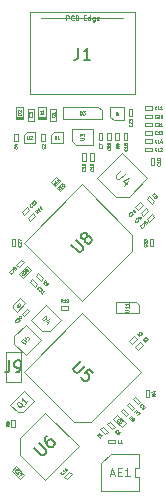
<source format=gbr>
G04 #@! TF.GenerationSoftware,KiCad,Pcbnew,5.1.9-1.fc33*
G04 #@! TF.CreationDate,2021-03-04T22:32:10+01:00*
G04 #@! TF.ProjectId,reDIP-SX,72654449-502d-4535-982e-6b696361645f,0.1*
G04 #@! TF.SameCoordinates,PX5e28010PY8011a50*
G04 #@! TF.FileFunction,Other,Fab,Top*
%FSLAX46Y46*%
G04 Gerber Fmt 4.6, Leading zero omitted, Abs format (unit mm)*
G04 Created by KiCad (PCBNEW 5.1.9-1.fc33) date 2021-03-04 22:32:10*
%MOMM*%
%LPD*%
G01*
G04 APERTURE LIST*
%ADD10C,0.100000*%
%ADD11C,0.040000*%
%ADD12C,0.150000*%
%ADD13C,0.030000*%
%ADD14C,0.075000*%
%ADD15C,0.060000*%
%ADD16C,0.110000*%
G04 APERTURE END LIST*
D10*
X6268076Y26710208D02*
X6692340Y27134472D01*
X6480208Y26498076D02*
X6268076Y26710208D01*
X6904472Y26922340D02*
X6480208Y26498076D01*
X6692340Y27134472D02*
X6904472Y26922340D01*
X12360000Y40640000D02*
X5420000Y40640000D01*
X13360000Y34240000D02*
X4420000Y34240000D01*
X4420000Y41140000D02*
X4420000Y34240000D01*
X13360000Y41140000D02*
X13360000Y34240000D01*
X13360000Y41140000D02*
X4420000Y41140000D01*
X3044107Y16322513D02*
X3044107Y16039670D01*
X3341092Y15742685D02*
X3044107Y16039670D01*
X4062341Y16463934D02*
X3341092Y15742685D01*
X3623934Y16902341D02*
X4062341Y16463934D01*
X3044107Y16322513D02*
X3623934Y16902341D01*
X3910450Y9031060D02*
X4758978Y8182532D01*
X2779080Y7899690D02*
X3910450Y9031060D01*
X3839740Y7263294D02*
X4758978Y8182532D01*
X2779080Y7899690D02*
X3415476Y7263294D01*
X3839740Y7263294D02*
X3415476Y7263294D01*
X11695000Y16620000D02*
X11695000Y15620000D01*
X13645000Y15620000D02*
X11695000Y15620000D01*
X13395000Y16620000D02*
X11695000Y16620000D01*
X13645000Y16370000D02*
X13645000Y15620000D01*
X13645000Y16370000D02*
X13395000Y16620000D01*
X7980000Y31271500D02*
X7980000Y30221500D01*
X9780000Y31271500D02*
X7980000Y31271500D01*
X9780000Y29871500D02*
X9780000Y31271500D01*
X8330000Y29871500D02*
X9780000Y29871500D01*
X7980000Y30221500D02*
X8330000Y29871500D01*
X7240000Y33090000D02*
X10240000Y33090000D01*
X7240000Y32090000D02*
X7240000Y33090000D01*
X10540000Y32090000D02*
X7240000Y32090000D01*
X10540000Y32840000D02*
X10540000Y32090000D01*
X10240000Y33090000D02*
X10540000Y32840000D01*
X10485000Y2955000D02*
X11285000Y3745000D01*
X13685000Y555000D02*
X13685000Y1755000D01*
X10485000Y555000D02*
X13685000Y555000D01*
X10485000Y555000D02*
X10485000Y2955000D01*
X13685000Y2555000D02*
X13685000Y3755000D01*
X13685000Y3755000D02*
X11285000Y3755000D01*
X13385000Y2555000D02*
X13385000Y1755000D01*
X13385000Y2555000D02*
X13685000Y2555000D01*
X13385000Y1755000D02*
X13685000Y1755000D01*
X12420000Y33120000D02*
X11260000Y33120000D01*
X12420000Y31960000D02*
X11550000Y31960000D01*
X12420000Y31960000D02*
X12420000Y33120000D01*
X11260000Y32250000D02*
X11260000Y33120000D01*
X11550000Y31960000D02*
X11260000Y32250000D01*
X6230000Y30770000D02*
X6480000Y31020000D01*
X7230000Y31020000D02*
X6480000Y31020000D01*
X7230000Y30020000D02*
X7230000Y31020000D01*
X6230000Y30020000D02*
X7230000Y30020000D01*
X6230000Y30770000D02*
X6230000Y30020000D01*
X7398198Y26426066D02*
X6973934Y26001802D01*
X7186066Y26638198D02*
X7398198Y26426066D01*
X6761802Y26213934D02*
X7186066Y26638198D01*
X6973934Y26001802D02*
X6761802Y26213934D01*
X3920000Y30770000D02*
X3920000Y30020000D01*
X3920000Y30020000D02*
X4920000Y30020000D01*
X4920000Y30020000D02*
X4920000Y31020000D01*
X4920000Y31020000D02*
X4170000Y31020000D01*
X3920000Y30770000D02*
X4170000Y31020000D01*
X2410000Y9820000D02*
X2410000Y12360000D01*
X3670000Y9820000D02*
X2410000Y9820000D01*
X3670000Y12360000D02*
X3670000Y9820000D01*
X2410000Y12360000D02*
X3670000Y12360000D01*
X13132641Y20882893D02*
X8890000Y16640253D01*
X8890000Y16640253D02*
X3940253Y21590000D01*
X3940253Y21590000D02*
X8890000Y26539747D01*
X8890000Y26539747D02*
X13132641Y22297107D01*
X13132641Y22297107D02*
X13132641Y20882893D01*
X5420000Y30180000D02*
X5420000Y30780000D01*
X5720000Y30180000D02*
X5420000Y30180000D01*
X5720000Y30780000D02*
X5720000Y30180000D01*
X5420000Y30780000D02*
X5720000Y30780000D01*
X3120000Y30180000D02*
X3120000Y30780000D01*
X3420000Y30180000D02*
X3120000Y30180000D01*
X3420000Y30780000D02*
X3420000Y30180000D01*
X3120000Y30780000D02*
X3420000Y30780000D01*
X12800330Y25469010D02*
X11739670Y25469010D01*
X14391320Y27060000D02*
X12800330Y25469010D01*
X12270000Y29181320D02*
X14391320Y27060000D01*
X10148680Y27060000D02*
X12270000Y29181320D01*
X11739670Y25469010D02*
X10148680Y27060000D01*
X11030000Y4610000D02*
X11030000Y4910000D01*
X11030000Y4910000D02*
X11630000Y4910000D01*
X11630000Y4910000D02*
X11630000Y4610000D01*
X11630000Y4610000D02*
X11030000Y4610000D01*
X3850000Y32060000D02*
X3250000Y32060000D01*
X3250000Y32060000D02*
X3250000Y33060000D01*
X3250000Y33060000D02*
X3850000Y33060000D01*
X3850000Y33060000D02*
X3850000Y32060000D01*
X3850000Y32160000D02*
X3250000Y32160000D01*
X3850000Y32260000D02*
X3250000Y32260000D01*
X5770000Y32060000D02*
X5170000Y32060000D01*
X5170000Y32060000D02*
X5170000Y33060000D01*
X5170000Y33060000D02*
X5770000Y33060000D01*
X5770000Y33060000D02*
X5770000Y32060000D01*
X5770000Y32160000D02*
X5170000Y32160000D01*
X5770000Y32260000D02*
X5170000Y32260000D01*
X8860000Y28570000D02*
X8860000Y29170000D01*
X9160000Y28570000D02*
X8860000Y28570000D01*
X9160000Y29170000D02*
X9160000Y28570000D01*
X8860000Y29170000D02*
X9160000Y29170000D01*
X10593934Y6028198D02*
X11018198Y5603934D01*
X10381802Y5816066D02*
X10593934Y6028198D01*
X10806066Y5391802D02*
X10381802Y5816066D01*
X11018198Y5603934D02*
X10806066Y5391802D01*
X4519391Y15080000D02*
X5473985Y14125406D01*
X5473985Y14125406D02*
X6110381Y14125406D01*
X7064975Y15080000D02*
X6110381Y14125406D01*
X7064975Y15080000D02*
X5792183Y16352792D01*
X5792183Y16352792D02*
X4519391Y15080000D01*
X4082183Y14652792D02*
X3127589Y13698198D01*
X3127589Y13698198D02*
X3127589Y13061802D01*
X4082183Y12107208D02*
X3127589Y13061802D01*
X4082183Y12107208D02*
X5354975Y13380000D01*
X5354975Y13380000D02*
X4082183Y14652792D01*
X9597107Y6447359D02*
X8182893Y6447359D01*
X13839747Y10690000D02*
X9597107Y6447359D01*
X8890000Y15639747D02*
X13839747Y10690000D01*
X3940253Y10690000D02*
X8890000Y15639747D01*
X8182893Y6447359D02*
X3940253Y10690000D01*
X7988198Y2006066D02*
X7563934Y1581802D01*
X7776066Y2218198D02*
X7988198Y2006066D01*
X7351802Y1793934D02*
X7776066Y2218198D01*
X7563934Y1581802D02*
X7351802Y1793934D01*
X3618680Y3652893D02*
X3618680Y5067107D01*
X5740000Y1531573D02*
X3618680Y3652893D01*
X8568427Y4360000D02*
X5740000Y1531573D01*
X5740000Y7188427D02*
X8568427Y4360000D01*
X3618680Y5067107D02*
X5740000Y7188427D01*
X10580000Y30870000D02*
X10580000Y30270000D01*
X10280000Y30870000D02*
X10580000Y30870000D01*
X10280000Y30270000D02*
X10280000Y30870000D01*
X10580000Y30270000D02*
X10280000Y30270000D01*
X14770000Y30760000D02*
X14170000Y30760000D01*
X14770000Y31060000D02*
X14770000Y30760000D01*
X14170000Y31060000D02*
X14770000Y31060000D01*
X14170000Y30760000D02*
X14170000Y31060000D01*
X7680000Y15940000D02*
X7080000Y15940000D01*
X7680000Y16240000D02*
X7680000Y15940000D01*
X7080000Y16240000D02*
X7680000Y16240000D01*
X7080000Y15940000D02*
X7080000Y16240000D01*
X4258076Y23690208D02*
X4682340Y24114472D01*
X4470208Y23478076D02*
X4258076Y23690208D01*
X4894472Y23902340D02*
X4470208Y23478076D01*
X4682340Y24114472D02*
X4894472Y23902340D01*
X6680000Y32950000D02*
X6680000Y31950000D01*
X6180000Y32950000D02*
X6680000Y32950000D01*
X6180000Y31950000D02*
X6180000Y32950000D01*
X6680000Y31950000D02*
X6180000Y31950000D01*
X4760000Y32950000D02*
X4760000Y31950000D01*
X4260000Y32950000D02*
X4760000Y32950000D01*
X4260000Y31950000D02*
X4260000Y32950000D01*
X4760000Y31950000D02*
X4260000Y31950000D01*
X14170000Y30360000D02*
X14770000Y30360000D01*
X14170000Y30060000D02*
X14170000Y30360000D01*
X14770000Y30060000D02*
X14170000Y30060000D01*
X14770000Y30360000D02*
X14770000Y30060000D01*
X14170000Y29660000D02*
X14770000Y29660000D01*
X14170000Y29360000D02*
X14170000Y29660000D01*
X14770000Y29360000D02*
X14170000Y29360000D01*
X14770000Y29660000D02*
X14770000Y29360000D01*
X3767850Y15609982D02*
X4192114Y16034246D01*
X3979982Y15397850D02*
X3767850Y15609982D01*
X4404246Y15822114D02*
X3979982Y15397850D01*
X4192114Y16034246D02*
X4404246Y15822114D01*
X13120000Y32960000D02*
X13120000Y32360000D01*
X12820000Y32960000D02*
X13120000Y32960000D01*
X12820000Y32360000D02*
X12820000Y32960000D01*
X13120000Y32360000D02*
X12820000Y32360000D01*
X9560000Y28570000D02*
X9560000Y29170000D01*
X9860000Y28570000D02*
X9560000Y28570000D01*
X9860000Y29170000D02*
X9860000Y28570000D01*
X9560000Y29170000D02*
X9860000Y29170000D01*
X5143934Y19018198D02*
X5568198Y18593934D01*
X4931802Y18806066D02*
X5143934Y19018198D01*
X5356066Y18381802D02*
X4931802Y18806066D01*
X5568198Y18593934D02*
X5356066Y18381802D01*
X12353934Y7568198D02*
X12778198Y7143934D01*
X12141802Y7356066D02*
X12353934Y7568198D01*
X12566066Y6931802D02*
X12141802Y7356066D01*
X12778198Y7143934D02*
X12566066Y6931802D01*
X12853934Y8068198D02*
X13278198Y7643934D01*
X12641802Y7856066D02*
X12853934Y8068198D01*
X13066066Y7431802D02*
X12641802Y7856066D01*
X13278198Y7643934D02*
X13066066Y7431802D01*
X3180000Y6565000D02*
X3180000Y5965000D01*
X2880000Y6565000D02*
X3180000Y6565000D01*
X2880000Y5965000D02*
X2880000Y6565000D01*
X3180000Y5965000D02*
X2880000Y5965000D01*
X11990000Y30870000D02*
X11990000Y30270000D01*
X11690000Y30870000D02*
X11990000Y30870000D01*
X11690000Y30270000D02*
X11690000Y30870000D01*
X11990000Y30270000D02*
X11690000Y30270000D01*
X13994472Y12982340D02*
X13570208Y12558076D01*
X13782340Y13194472D02*
X13994472Y12982340D01*
X13358076Y12770208D02*
X13782340Y13194472D01*
X13570208Y12558076D02*
X13358076Y12770208D01*
X13494472Y13482340D02*
X13070208Y13058076D01*
X13282340Y13694472D02*
X13494472Y13482340D01*
X12858076Y13270208D02*
X13282340Y13694472D01*
X13070208Y13058076D02*
X12858076Y13270208D01*
X14250000Y8560000D02*
X14250000Y9160000D01*
X14550000Y8560000D02*
X14250000Y8560000D01*
X14550000Y9160000D02*
X14550000Y8560000D01*
X14250000Y9160000D02*
X14550000Y9160000D01*
X14890000Y21890000D02*
X14890000Y21290000D01*
X14590000Y21890000D02*
X14890000Y21890000D01*
X14590000Y21290000D02*
X14590000Y21890000D01*
X14890000Y21290000D02*
X14590000Y21290000D01*
X4392150Y24410018D02*
X3967886Y23985754D01*
X4180018Y24622150D02*
X4392150Y24410018D01*
X3755754Y24197886D02*
X4180018Y24622150D01*
X3967886Y23985754D02*
X3755754Y24197886D01*
X4643934Y18518198D02*
X5068198Y18093934D01*
X4431802Y18306066D02*
X4643934Y18518198D01*
X4856066Y17881802D02*
X4431802Y18306066D01*
X5068198Y18093934D02*
X4856066Y17881802D01*
X3489670Y18943223D02*
X4196777Y19650330D01*
X3843223Y18589670D02*
X3489670Y18943223D01*
X4550330Y19296777D02*
X3843223Y18589670D01*
X4196777Y19650330D02*
X4550330Y19296777D01*
X3281802Y19743934D02*
X3706066Y20168198D01*
X3493934Y19531802D02*
X3281802Y19743934D01*
X3918198Y19956066D02*
X3493934Y19531802D01*
X3706066Y20168198D02*
X3918198Y19956066D01*
X14978198Y23826066D02*
X14553934Y23401802D01*
X14766066Y24038198D02*
X14978198Y23826066D01*
X14341802Y23613934D02*
X14766066Y24038198D01*
X14553934Y23401802D02*
X14341802Y23613934D01*
X14478198Y24326066D02*
X14053934Y23901802D01*
X14266066Y24538198D02*
X14478198Y24326066D01*
X13841802Y24113934D02*
X14266066Y24538198D01*
X14053934Y23901802D02*
X13841802Y24113934D01*
X13988198Y24826066D02*
X13563934Y24401802D01*
X13776066Y25038198D02*
X13988198Y24826066D01*
X13351802Y24613934D02*
X13776066Y25038198D01*
X13563934Y24401802D02*
X13351802Y24613934D01*
X14990000Y28750000D02*
X14990000Y28150000D01*
X14690000Y28750000D02*
X14990000Y28750000D01*
X14690000Y28150000D02*
X14690000Y28750000D01*
X14990000Y28150000D02*
X14690000Y28150000D01*
X11280000Y30870000D02*
X11280000Y30270000D01*
X10980000Y30870000D02*
X11280000Y30870000D01*
X10980000Y30270000D02*
X10980000Y30870000D01*
X11280000Y30270000D02*
X10980000Y30270000D01*
X14170000Y31760000D02*
X14770000Y31760000D01*
X14170000Y31460000D02*
X14170000Y31760000D01*
X14770000Y31460000D02*
X14170000Y31460000D01*
X14770000Y31760000D02*
X14770000Y31460000D01*
X3260276Y2663277D02*
X3967383Y1956170D01*
X2906723Y2309724D02*
X3260276Y2663277D01*
X3613830Y1602617D02*
X2906723Y2309724D01*
X3967383Y1956170D02*
X3613830Y1602617D01*
X14760000Y32460000D02*
X14760000Y32160000D01*
X14760000Y32160000D02*
X14160000Y32160000D01*
X14160000Y32160000D02*
X14160000Y32460000D01*
X14160000Y32460000D02*
X14760000Y32460000D01*
X12700000Y30870000D02*
X12700000Y30270000D01*
X12400000Y30870000D02*
X12700000Y30870000D01*
X12400000Y30270000D02*
X12400000Y30870000D01*
X12700000Y30270000D02*
X12400000Y30270000D01*
X14170000Y32860000D02*
X14170000Y33160000D01*
X14170000Y33160000D02*
X14770000Y33160000D01*
X14770000Y33160000D02*
X14770000Y32860000D01*
X14770000Y32860000D02*
X14170000Y32860000D01*
X14776066Y24901802D02*
X14351802Y25326066D01*
X14988198Y25113934D02*
X14776066Y24901802D01*
X14563934Y25538198D02*
X14988198Y25113934D01*
X14351802Y25326066D02*
X14563934Y25538198D01*
X13562340Y7925528D02*
X13138076Y8349792D01*
X13774472Y8137660D02*
X13562340Y7925528D01*
X13350208Y8561924D02*
X13774472Y8137660D01*
X13138076Y8349792D02*
X13350208Y8561924D01*
X11399792Y5798076D02*
X10975528Y6222340D01*
X11611924Y6010208D02*
X11399792Y5798076D01*
X11187660Y6434472D02*
X11611924Y6010208D01*
X10975528Y6222340D02*
X11187660Y6434472D01*
X11499670Y6706777D02*
X11853223Y7060330D01*
X11853223Y7060330D02*
X12560330Y6353223D01*
X12560330Y6353223D02*
X12206777Y5999670D01*
X12206777Y5999670D02*
X11499670Y6706777D01*
X2900000Y21290000D02*
X2900000Y21890000D01*
X3200000Y21290000D02*
X2900000Y21290000D01*
X3200000Y21890000D02*
X3200000Y21290000D01*
X2900000Y21890000D02*
X3200000Y21890000D01*
D11*
X7033435Y26141829D02*
X6890330Y26167083D01*
X6932419Y26040814D02*
X6755643Y26217590D01*
X6822986Y26284934D01*
X6848240Y26293352D01*
X6865076Y26293352D01*
X6890330Y26284934D01*
X6915584Y26259680D01*
X6924002Y26234426D01*
X6924002Y26217590D01*
X6915584Y26192337D01*
X6848240Y26124993D01*
X7201794Y26310188D02*
X7100778Y26209172D01*
X7151286Y26259680D02*
X6974509Y26436457D01*
X6982927Y26394367D01*
X6982927Y26360695D01*
X6974509Y26335441D01*
X7134450Y26596398D02*
X7151286Y26613233D01*
X7176540Y26621651D01*
X7193376Y26621651D01*
X7218629Y26613233D01*
X7260719Y26587980D01*
X7302809Y26545890D01*
X7328063Y26503800D01*
X7336481Y26478546D01*
X7336481Y26461711D01*
X7328063Y26436457D01*
X7311227Y26419621D01*
X7285973Y26411203D01*
X7269137Y26411203D01*
X7243883Y26419621D01*
X7201794Y26444875D01*
X7159704Y26486964D01*
X7134450Y26529054D01*
X7126032Y26554308D01*
X7126032Y26571144D01*
X7134450Y26596398D01*
D12*
X8556666Y38087620D02*
X8556666Y37373334D01*
X8509047Y37230477D01*
X8413809Y37135239D01*
X8270952Y37087620D01*
X8175714Y37087620D01*
X9556666Y37087620D02*
X8985238Y37087620D01*
X9270952Y37087620D02*
X9270952Y38087620D01*
X9175714Y37944762D01*
X9080476Y37849524D01*
X8985238Y37801905D01*
D11*
X7518571Y40459048D02*
X7518571Y40859048D01*
X7670952Y40859048D01*
X7709047Y40840000D01*
X7728095Y40820953D01*
X7747142Y40782858D01*
X7747142Y40725715D01*
X7728095Y40687620D01*
X7709047Y40668572D01*
X7670952Y40649524D01*
X7518571Y40649524D01*
X8147142Y40497143D02*
X8128095Y40478096D01*
X8070952Y40459048D01*
X8032857Y40459048D01*
X7975714Y40478096D01*
X7937619Y40516191D01*
X7918571Y40554286D01*
X7899523Y40630477D01*
X7899523Y40687620D01*
X7918571Y40763810D01*
X7937619Y40801905D01*
X7975714Y40840000D01*
X8032857Y40859048D01*
X8070952Y40859048D01*
X8128095Y40840000D01*
X8147142Y40820953D01*
X8451904Y40668572D02*
X8509047Y40649524D01*
X8528095Y40630477D01*
X8547142Y40592381D01*
X8547142Y40535239D01*
X8528095Y40497143D01*
X8509047Y40478096D01*
X8470952Y40459048D01*
X8318571Y40459048D01*
X8318571Y40859048D01*
X8451904Y40859048D01*
X8490000Y40840000D01*
X8509047Y40820953D01*
X8528095Y40782858D01*
X8528095Y40744762D01*
X8509047Y40706667D01*
X8490000Y40687620D01*
X8451904Y40668572D01*
X8318571Y40668572D01*
X9023333Y40668572D02*
X9156666Y40668572D01*
X9213809Y40459048D02*
X9023333Y40459048D01*
X9023333Y40859048D01*
X9213809Y40859048D01*
X9556666Y40459048D02*
X9556666Y40859048D01*
X9556666Y40478096D02*
X9518571Y40459048D01*
X9442380Y40459048D01*
X9404285Y40478096D01*
X9385238Y40497143D01*
X9366190Y40535239D01*
X9366190Y40649524D01*
X9385238Y40687620D01*
X9404285Y40706667D01*
X9442380Y40725715D01*
X9518571Y40725715D01*
X9556666Y40706667D01*
X9918571Y40725715D02*
X9918571Y40401905D01*
X9899523Y40363810D01*
X9880476Y40344762D01*
X9842380Y40325715D01*
X9785238Y40325715D01*
X9747142Y40344762D01*
X9918571Y40478096D02*
X9880476Y40459048D01*
X9804285Y40459048D01*
X9766190Y40478096D01*
X9747142Y40497143D01*
X9728095Y40535239D01*
X9728095Y40649524D01*
X9747142Y40687620D01*
X9766190Y40706667D01*
X9804285Y40725715D01*
X9880476Y40725715D01*
X9918571Y40706667D01*
X10261428Y40478096D02*
X10223333Y40459048D01*
X10147142Y40459048D01*
X10109047Y40478096D01*
X10090000Y40516191D01*
X10090000Y40668572D01*
X10109047Y40706667D01*
X10147142Y40725715D01*
X10223333Y40725715D01*
X10261428Y40706667D01*
X10280476Y40668572D01*
X10280476Y40630477D01*
X10090000Y40592381D01*
D13*
X3546489Y16231600D02*
X3526286Y16224865D01*
X3499348Y16224865D01*
X3458942Y16224865D01*
X3438739Y16218131D01*
X3425271Y16204662D01*
X3465677Y16177725D02*
X3445474Y16170991D01*
X3418536Y16170991D01*
X3384864Y16191194D01*
X3337724Y16238334D01*
X3317521Y16272006D01*
X3317521Y16298943D01*
X3324255Y16319146D01*
X3351193Y16346084D01*
X3371396Y16352818D01*
X3398333Y16352818D01*
X3432005Y16332615D01*
X3479145Y16285475D01*
X3499348Y16251803D01*
X3499348Y16224865D01*
X3492614Y16204662D01*
X3465677Y16177725D01*
X3452208Y16420162D02*
X3452208Y16433630D01*
X3458942Y16453833D01*
X3492614Y16487505D01*
X3512817Y16494239D01*
X3526286Y16494239D01*
X3546489Y16487505D01*
X3559958Y16474036D01*
X3573426Y16447099D01*
X3573426Y16285475D01*
X3660973Y16373021D01*
D14*
X3928969Y7813827D02*
X3878462Y7796991D01*
X3811118Y7796991D01*
X3710103Y7796991D01*
X3659595Y7780155D01*
X3625924Y7746484D01*
X3726939Y7679140D02*
X3676431Y7662304D01*
X3609088Y7662304D01*
X3524908Y7712812D01*
X3407057Y7830663D01*
X3356550Y7914842D01*
X3356550Y7982186D01*
X3373385Y8032694D01*
X3440729Y8100037D01*
X3491237Y8116873D01*
X3558580Y8116873D01*
X3642759Y8066365D01*
X3760611Y7948514D01*
X3811118Y7864335D01*
X3811118Y7796991D01*
X3794282Y7746484D01*
X3726939Y7679140D01*
X4215179Y8167381D02*
X4013149Y7965350D01*
X4114164Y8066365D02*
X3760611Y8419919D01*
X3777446Y8335739D01*
X3777446Y8268396D01*
X3760611Y8217888D01*
D15*
X12505714Y15748572D02*
X12748571Y15748572D01*
X12777142Y15762858D01*
X12791428Y15777143D01*
X12805714Y15805715D01*
X12805714Y15862858D01*
X12791428Y15891429D01*
X12777142Y15905715D01*
X12748571Y15920000D01*
X12505714Y15920000D01*
X12805714Y16220000D02*
X12805714Y16048572D01*
X12805714Y16134286D02*
X12505714Y16134286D01*
X12548571Y16105715D01*
X12577142Y16077143D01*
X12591428Y16048572D01*
X12805714Y16505715D02*
X12805714Y16334286D01*
X12805714Y16420000D02*
X12505714Y16420000D01*
X12548571Y16391429D01*
X12577142Y16362858D01*
X12591428Y16334286D01*
X8715714Y30342929D02*
X8958571Y30342929D01*
X8987142Y30357215D01*
X9001428Y30371500D01*
X9015714Y30400072D01*
X9015714Y30457215D01*
X9001428Y30485786D01*
X8987142Y30500072D01*
X8958571Y30514358D01*
X8715714Y30514358D01*
X8715714Y30628643D02*
X8715714Y30814358D01*
X8830000Y30714358D01*
X8830000Y30757215D01*
X8844285Y30785786D01*
X8858571Y30800072D01*
X8887142Y30814358D01*
X8958571Y30814358D01*
X8987142Y30800072D01*
X9001428Y30785786D01*
X9015714Y30757215D01*
X9015714Y30671500D01*
X9001428Y30642929D01*
X8987142Y30628643D01*
X8668571Y32454286D02*
X8668571Y32754286D01*
X8740000Y32754286D01*
X8782857Y32740000D01*
X8811428Y32711429D01*
X8825714Y32682858D01*
X8840000Y32625715D01*
X8840000Y32582858D01*
X8825714Y32525715D01*
X8811428Y32497143D01*
X8782857Y32468572D01*
X8740000Y32454286D01*
X8668571Y32454286D01*
X8940000Y32754286D02*
X9125714Y32754286D01*
X9025714Y32640000D01*
X9068571Y32640000D01*
X9097142Y32625715D01*
X9111428Y32611429D01*
X9125714Y32582858D01*
X9125714Y32511429D01*
X9111428Y32482858D01*
X9097142Y32468572D01*
X9068571Y32454286D01*
X8982857Y32454286D01*
X8954285Y32468572D01*
X8940000Y32482858D01*
D10*
X11268333Y2038334D02*
X11601666Y2038334D01*
X11201666Y1838334D02*
X11435000Y2538334D01*
X11668333Y1838334D01*
X11901666Y2205000D02*
X12135000Y2205000D01*
X12235000Y1838334D02*
X11901666Y1838334D01*
X11901666Y2538334D01*
X12235000Y2538334D01*
X12901666Y1838334D02*
X12501666Y1838334D01*
X12701666Y1838334D02*
X12701666Y2538334D01*
X12635000Y2438334D01*
X12568333Y2371667D01*
X12501666Y2338334D01*
D11*
X11730476Y32387620D02*
X11892380Y32387620D01*
X11911428Y32397143D01*
X11920952Y32406667D01*
X11930476Y32425715D01*
X11930476Y32463810D01*
X11920952Y32482858D01*
X11911428Y32492381D01*
X11892380Y32501905D01*
X11730476Y32501905D01*
X11730476Y32578096D02*
X11730476Y32711429D01*
X11930476Y32625715D01*
X6539523Y30656905D02*
X6539523Y30454524D01*
X6551428Y30430715D01*
X6563333Y30418810D01*
X6587142Y30406905D01*
X6634761Y30406905D01*
X6658571Y30418810D01*
X6670476Y30430715D01*
X6682380Y30454524D01*
X6682380Y30656905D01*
X6932380Y30406905D02*
X6789523Y30406905D01*
X6860952Y30406905D02*
X6860952Y30656905D01*
X6837142Y30621191D01*
X6813333Y30597381D01*
X6789523Y30585477D01*
X6666328Y26516388D02*
X6523223Y26541642D01*
X6565312Y26415373D02*
X6388536Y26592149D01*
X6455879Y26659493D01*
X6481133Y26667911D01*
X6497969Y26667911D01*
X6523223Y26659493D01*
X6548477Y26634239D01*
X6556895Y26608985D01*
X6556895Y26592149D01*
X6548477Y26566896D01*
X6481133Y26499552D01*
X6834687Y26684747D02*
X6733671Y26583731D01*
X6784179Y26634239D02*
X6607402Y26811016D01*
X6615820Y26768926D01*
X6615820Y26735254D01*
X6607402Y26710000D01*
X6716835Y26920449D02*
X6826269Y27029882D01*
X6834687Y26903613D01*
X6859940Y26928867D01*
X6885194Y26937285D01*
X6902030Y26937285D01*
X6927284Y26928867D01*
X6969374Y26886777D01*
X6977791Y26861523D01*
X6977791Y26844688D01*
X6969374Y26819434D01*
X6918866Y26768926D01*
X6893612Y26760508D01*
X6876776Y26760508D01*
X4229523Y30656905D02*
X4229523Y30454524D01*
X4241428Y30430715D01*
X4253333Y30418810D01*
X4277142Y30406905D01*
X4324761Y30406905D01*
X4348571Y30418810D01*
X4360476Y30430715D01*
X4372380Y30454524D01*
X4372380Y30656905D01*
X4479523Y30633096D02*
X4491428Y30645000D01*
X4515238Y30656905D01*
X4574761Y30656905D01*
X4598571Y30645000D01*
X4610476Y30633096D01*
X4622380Y30609286D01*
X4622380Y30585477D01*
X4610476Y30549762D01*
X4467619Y30406905D01*
X4622380Y30406905D01*
D12*
X2706666Y11637620D02*
X2706666Y10923334D01*
X2659047Y10780477D01*
X2563809Y10685239D01*
X2420952Y10637620D01*
X2325714Y10637620D01*
X3230476Y10637620D02*
X3420952Y10637620D01*
X3516190Y10685239D01*
X3563809Y10732858D01*
X3659047Y10875715D01*
X3706666Y11066191D01*
X3706666Y11447143D01*
X3659047Y11542381D01*
X3611428Y11590000D01*
X3516190Y11637620D01*
X3325714Y11637620D01*
X3230476Y11590000D01*
X3182857Y11542381D01*
X3135238Y11447143D01*
X3135238Y11209048D01*
X3182857Y11113810D01*
X3230476Y11066191D01*
X3325714Y11018572D01*
X3516190Y11018572D01*
X3611428Y11066191D01*
X3659047Y11113810D01*
X3706666Y11209048D01*
X7964026Y21438478D02*
X8536446Y20866058D01*
X8637461Y20832386D01*
X8704805Y20832386D01*
X8805820Y20866058D01*
X8940507Y21000745D01*
X8974179Y21101760D01*
X8974179Y21169104D01*
X8940507Y21270119D01*
X8368087Y21842539D01*
X9108866Y21977226D02*
X9007851Y21943554D01*
X8940507Y21943554D01*
X8839492Y21977226D01*
X8805820Y22010897D01*
X8772148Y22111913D01*
X8772148Y22179256D01*
X8805820Y22280271D01*
X8940507Y22414958D01*
X9041522Y22448630D01*
X9108866Y22448630D01*
X9209881Y22414958D01*
X9243553Y22381287D01*
X9277225Y22280271D01*
X9277225Y22212928D01*
X9243553Y22111913D01*
X9108866Y21977226D01*
X9075194Y21876210D01*
X9075194Y21808867D01*
X9108866Y21707852D01*
X9243553Y21573165D01*
X9344568Y21539493D01*
X9411912Y21539493D01*
X9512927Y21573165D01*
X9647614Y21707852D01*
X9681286Y21808867D01*
X9681286Y21876210D01*
X9647614Y21977226D01*
X9512927Y22111913D01*
X9411912Y22145584D01*
X9344568Y22145584D01*
X9243553Y22111913D01*
D11*
X5679285Y29738334D02*
X5691190Y29726429D01*
X5703095Y29690715D01*
X5703095Y29666905D01*
X5691190Y29631191D01*
X5667380Y29607381D01*
X5643571Y29595477D01*
X5595952Y29583572D01*
X5560238Y29583572D01*
X5512619Y29595477D01*
X5488809Y29607381D01*
X5465000Y29631191D01*
X5453095Y29666905D01*
X5453095Y29690715D01*
X5465000Y29726429D01*
X5476904Y29738334D01*
X5476904Y29833572D02*
X5465000Y29845477D01*
X5453095Y29869286D01*
X5453095Y29928810D01*
X5465000Y29952620D01*
X5476904Y29964524D01*
X5500714Y29976429D01*
X5524523Y29976429D01*
X5560238Y29964524D01*
X5703095Y29821667D01*
X5703095Y29976429D01*
X3359285Y29738334D02*
X3371190Y29726429D01*
X3383095Y29690715D01*
X3383095Y29666905D01*
X3371190Y29631191D01*
X3347380Y29607381D01*
X3323571Y29595477D01*
X3275952Y29583572D01*
X3240238Y29583572D01*
X3192619Y29595477D01*
X3168809Y29607381D01*
X3145000Y29631191D01*
X3133095Y29666905D01*
X3133095Y29690715D01*
X3145000Y29726429D01*
X3156904Y29738334D01*
X3216428Y29952620D02*
X3383095Y29952620D01*
X3121190Y29893096D02*
X3299761Y29833572D01*
X3299761Y29988334D01*
D16*
X12156357Y27754480D02*
X11727043Y27325166D01*
X11701789Y27249404D01*
X11701789Y27198896D01*
X11727043Y27123135D01*
X11828058Y27022120D01*
X11903819Y26996866D01*
X11954327Y26996866D01*
X12030088Y27022120D01*
X12459403Y27451435D01*
X12762449Y26794835D02*
X12408895Y26441282D01*
X12838210Y27123135D02*
X12333134Y26870597D01*
X12661434Y26542297D01*
D11*
X12048333Y4646905D02*
X11929285Y4646905D01*
X11929285Y4896905D01*
X12262619Y4646905D02*
X12119761Y4646905D01*
X12191190Y4646905D02*
X12191190Y4896905D01*
X12167380Y4861191D01*
X12143571Y4837381D01*
X12119761Y4825477D01*
X3663095Y32445477D02*
X3413095Y32445477D01*
X3413095Y32505000D01*
X3425000Y32540715D01*
X3448809Y32564524D01*
X3472619Y32576429D01*
X3520238Y32588334D01*
X3555952Y32588334D01*
X3603571Y32576429D01*
X3627380Y32564524D01*
X3651190Y32540715D01*
X3663095Y32505000D01*
X3663095Y32445477D01*
X3436904Y32683572D02*
X3425000Y32695477D01*
X3413095Y32719286D01*
X3413095Y32778810D01*
X3425000Y32802620D01*
X3436904Y32814524D01*
X3460714Y32826429D01*
X3484523Y32826429D01*
X3520238Y32814524D01*
X3663095Y32671667D01*
X3663095Y32826429D01*
X5583095Y32465477D02*
X5333095Y32465477D01*
X5333095Y32525000D01*
X5345000Y32560715D01*
X5368809Y32584524D01*
X5392619Y32596429D01*
X5440238Y32608334D01*
X5475952Y32608334D01*
X5523571Y32596429D01*
X5547380Y32584524D01*
X5571190Y32560715D01*
X5583095Y32525000D01*
X5583095Y32465477D01*
X5583095Y32846429D02*
X5583095Y32703572D01*
X5583095Y32775000D02*
X5333095Y32775000D01*
X5368809Y32751191D01*
X5392619Y32727381D01*
X5404523Y32703572D01*
X9089285Y27829286D02*
X9101190Y27817381D01*
X9113095Y27781667D01*
X9113095Y27757858D01*
X9101190Y27722143D01*
X9077380Y27698334D01*
X9053571Y27686429D01*
X9005952Y27674524D01*
X8970238Y27674524D01*
X8922619Y27686429D01*
X8898809Y27698334D01*
X8875000Y27722143D01*
X8863095Y27757858D01*
X8863095Y27781667D01*
X8875000Y27817381D01*
X8886904Y27829286D01*
X9113095Y28067381D02*
X9113095Y27924524D01*
X9113095Y27995953D02*
X8863095Y27995953D01*
X8898809Y27972143D01*
X8922619Y27948334D01*
X8934523Y27924524D01*
X8970238Y28210239D02*
X8958333Y28186429D01*
X8946428Y28174524D01*
X8922619Y28162620D01*
X8910714Y28162620D01*
X8886904Y28174524D01*
X8875000Y28186429D01*
X8863095Y28210239D01*
X8863095Y28257858D01*
X8875000Y28281667D01*
X8886904Y28293572D01*
X8910714Y28305477D01*
X8922619Y28305477D01*
X8946428Y28293572D01*
X8958333Y28281667D01*
X8970238Y28257858D01*
X8970238Y28210239D01*
X8982142Y28186429D01*
X8994047Y28174524D01*
X9017857Y28162620D01*
X9065476Y28162620D01*
X9089285Y28174524D01*
X9101190Y28186429D01*
X9113095Y28210239D01*
X9113095Y28257858D01*
X9101190Y28281667D01*
X9089285Y28293572D01*
X9065476Y28305477D01*
X9017857Y28305477D01*
X8994047Y28293572D01*
X8982142Y28281667D01*
X8970238Y28257858D01*
X10230566Y5239493D02*
X10255820Y5382598D01*
X10129551Y5340508D02*
X10306328Y5517285D01*
X10373671Y5449941D01*
X10382089Y5424688D01*
X10382089Y5407852D01*
X10373671Y5382598D01*
X10348417Y5357344D01*
X10323164Y5348926D01*
X10306328Y5348926D01*
X10281074Y5357344D01*
X10213730Y5424688D01*
X10398925Y5071134D02*
X10297910Y5172149D01*
X10348417Y5121642D02*
X10525194Y5298418D01*
X10483104Y5290000D01*
X10449433Y5290000D01*
X10424179Y5298418D01*
D10*
X5455465Y15160813D02*
X5738308Y15443655D01*
X5805651Y15376312D01*
X5832589Y15322437D01*
X5832589Y15268562D01*
X5819120Y15228156D01*
X5778714Y15160813D01*
X5738308Y15120407D01*
X5670964Y15080000D01*
X5630558Y15066532D01*
X5576683Y15066532D01*
X5522808Y15093469D01*
X5455465Y15160813D01*
X6048088Y14945313D02*
X5859526Y14756752D01*
X6088494Y15120407D02*
X5819120Y14985720D01*
X5994213Y14810626D01*
X4001370Y13043283D02*
X3718528Y13326126D01*
X3785871Y13393469D01*
X3839746Y13420407D01*
X3893621Y13420407D01*
X3934027Y13406938D01*
X4001370Y13366532D01*
X4041776Y13326126D01*
X4082183Y13258782D01*
X4095651Y13218376D01*
X4095651Y13164501D01*
X4068714Y13110626D01*
X4001370Y13043283D01*
X4136057Y13743655D02*
X4001370Y13608968D01*
X4122589Y13460813D01*
X4122589Y13487750D01*
X4136057Y13528156D01*
X4203401Y13595500D01*
X4243807Y13608968D01*
X4270744Y13608968D01*
X4311150Y13595500D01*
X4378494Y13528156D01*
X4391963Y13487750D01*
X4391963Y13460813D01*
X4378494Y13420407D01*
X4311150Y13353063D01*
X4270744Y13339594D01*
X4243807Y13339594D01*
D12*
X8738477Y11615974D02*
X8166057Y11043554D01*
X8132385Y10942539D01*
X8132385Y10875195D01*
X8166057Y10774180D01*
X8300744Y10639493D01*
X8401759Y10605821D01*
X8469103Y10605821D01*
X8570118Y10639493D01*
X9142538Y11211913D01*
X9815973Y10538478D02*
X9479255Y10875195D01*
X9108866Y10572149D01*
X9176209Y10572149D01*
X9277225Y10538478D01*
X9445583Y10370119D01*
X9479255Y10269104D01*
X9479255Y10201760D01*
X9445583Y10100745D01*
X9277225Y9932386D01*
X9176209Y9898714D01*
X9108866Y9898714D01*
X9007851Y9932386D01*
X8839492Y10100745D01*
X8805820Y10201760D01*
X8805820Y10269104D01*
D11*
X7263218Y2076950D02*
X7263218Y2060114D01*
X7246382Y2026442D01*
X7229546Y2009606D01*
X7195874Y1992770D01*
X7162203Y1992770D01*
X7136949Y2001188D01*
X7094859Y2026442D01*
X7069605Y2051696D01*
X7044351Y2093786D01*
X7035934Y2119039D01*
X7035934Y2152711D01*
X7052769Y2186383D01*
X7069605Y2203219D01*
X7103277Y2220055D01*
X7120113Y2220055D01*
X7448413Y2228473D02*
X7347397Y2127457D01*
X7397905Y2177965D02*
X7221128Y2354742D01*
X7229546Y2312652D01*
X7229546Y2278980D01*
X7221128Y2253726D01*
X7423159Y2556772D02*
X7389487Y2523101D01*
X7381069Y2497847D01*
X7381069Y2481011D01*
X7389487Y2438921D01*
X7414741Y2396831D01*
X7482084Y2329488D01*
X7507338Y2321070D01*
X7524174Y2321070D01*
X7549428Y2329488D01*
X7583100Y2363160D01*
X7591517Y2388414D01*
X7591517Y2405249D01*
X7583100Y2430503D01*
X7541010Y2472593D01*
X7515756Y2481011D01*
X7498920Y2481011D01*
X7473666Y2472593D01*
X7439995Y2438921D01*
X7431577Y2413667D01*
X7431577Y2396831D01*
X7439995Y2371578D01*
D12*
X4814026Y4208478D02*
X5386446Y3636058D01*
X5487461Y3602386D01*
X5554805Y3602386D01*
X5655820Y3636058D01*
X5790507Y3770745D01*
X5824179Y3871760D01*
X5824179Y3939104D01*
X5790507Y4040119D01*
X5218087Y4612539D01*
X5857851Y5252302D02*
X5723164Y5117615D01*
X5689492Y5016600D01*
X5689492Y4949256D01*
X5723164Y4780897D01*
X5824179Y4612539D01*
X6093553Y4343165D01*
X6194568Y4309493D01*
X6261912Y4309493D01*
X6362927Y4343165D01*
X6497614Y4477852D01*
X6531286Y4578867D01*
X6531286Y4646210D01*
X6497614Y4747226D01*
X6329255Y4915584D01*
X6228240Y4949256D01*
X6160896Y4949256D01*
X6059881Y4915584D01*
X5925194Y4780897D01*
X5891522Y4679882D01*
X5891522Y4612539D01*
X5925194Y4511523D01*
D11*
X10519285Y29768334D02*
X10531190Y29756429D01*
X10543095Y29720715D01*
X10543095Y29696905D01*
X10531190Y29661191D01*
X10507380Y29637381D01*
X10483571Y29625477D01*
X10435952Y29613572D01*
X10400238Y29613572D01*
X10352619Y29625477D01*
X10328809Y29637381D01*
X10305000Y29661191D01*
X10293095Y29696905D01*
X10293095Y29720715D01*
X10305000Y29756429D01*
X10316904Y29768334D01*
X10293095Y29851667D02*
X10293095Y30018334D01*
X10543095Y29911191D01*
X15169285Y30830715D02*
X15157380Y30818810D01*
X15121666Y30806905D01*
X15097857Y30806905D01*
X15062142Y30818810D01*
X15038333Y30842620D01*
X15026428Y30866429D01*
X15014523Y30914048D01*
X15014523Y30949762D01*
X15026428Y30997381D01*
X15038333Y31021191D01*
X15062142Y31045000D01*
X15097857Y31056905D01*
X15121666Y31056905D01*
X15157380Y31045000D01*
X15169285Y31033096D01*
X15407380Y30806905D02*
X15264523Y30806905D01*
X15335952Y30806905D02*
X15335952Y31056905D01*
X15312142Y31021191D01*
X15288333Y30997381D01*
X15264523Y30985477D01*
X15490714Y31056905D02*
X15645476Y31056905D01*
X15562142Y30961667D01*
X15597857Y30961667D01*
X15621666Y30949762D01*
X15633571Y30937858D01*
X15645476Y30914048D01*
X15645476Y30854524D01*
X15633571Y30830715D01*
X15621666Y30818810D01*
X15597857Y30806905D01*
X15526428Y30806905D01*
X15502619Y30818810D01*
X15490714Y30830715D01*
X7209285Y16566905D02*
X7125952Y16685953D01*
X7066428Y16566905D02*
X7066428Y16816905D01*
X7161666Y16816905D01*
X7185476Y16805000D01*
X7197380Y16793096D01*
X7209285Y16769286D01*
X7209285Y16733572D01*
X7197380Y16709762D01*
X7185476Y16697858D01*
X7161666Y16685953D01*
X7066428Y16685953D01*
X7447380Y16566905D02*
X7304523Y16566905D01*
X7375952Y16566905D02*
X7375952Y16816905D01*
X7352142Y16781191D01*
X7328333Y16757381D01*
X7304523Y16745477D01*
X7542619Y16793096D02*
X7554523Y16805000D01*
X7578333Y16816905D01*
X7637857Y16816905D01*
X7661666Y16805000D01*
X7673571Y16793096D01*
X7685476Y16769286D01*
X7685476Y16745477D01*
X7673571Y16709762D01*
X7530714Y16566905D01*
X7685476Y16566905D01*
X5156328Y24216388D02*
X5013223Y24241642D01*
X5055312Y24115373D02*
X4878536Y24292149D01*
X4945879Y24359493D01*
X4971133Y24367911D01*
X4987969Y24367911D01*
X5013223Y24359493D01*
X5038477Y24334239D01*
X5046895Y24308985D01*
X5046895Y24292149D01*
X5038477Y24266896D01*
X4971133Y24199552D01*
X5324687Y24384747D02*
X5223671Y24283731D01*
X5274179Y24334239D02*
X5097402Y24511016D01*
X5105820Y24468926D01*
X5105820Y24435254D01*
X5097402Y24410000D01*
X5493045Y24553105D02*
X5392030Y24452090D01*
X5442538Y24502598D02*
X5265761Y24679375D01*
X5274179Y24637285D01*
X5274179Y24603613D01*
X5265761Y24578359D01*
X6519285Y32408334D02*
X6531190Y32396429D01*
X6543095Y32360715D01*
X6543095Y32336905D01*
X6531190Y32301191D01*
X6507380Y32277381D01*
X6483571Y32265477D01*
X6435952Y32253572D01*
X6400238Y32253572D01*
X6352619Y32265477D01*
X6328809Y32277381D01*
X6305000Y32301191D01*
X6293095Y32336905D01*
X6293095Y32360715D01*
X6305000Y32396429D01*
X6316904Y32408334D01*
X6543095Y32646429D02*
X6543095Y32503572D01*
X6543095Y32575000D02*
X6293095Y32575000D01*
X6328809Y32551191D01*
X6352619Y32527381D01*
X6364523Y32503572D01*
X4599285Y32408334D02*
X4611190Y32396429D01*
X4623095Y32360715D01*
X4623095Y32336905D01*
X4611190Y32301191D01*
X4587380Y32277381D01*
X4563571Y32265477D01*
X4515952Y32253572D01*
X4480238Y32253572D01*
X4432619Y32265477D01*
X4408809Y32277381D01*
X4385000Y32301191D01*
X4373095Y32336905D01*
X4373095Y32360715D01*
X4385000Y32396429D01*
X4396904Y32408334D01*
X4373095Y32491667D02*
X4373095Y32646429D01*
X4468333Y32563096D01*
X4468333Y32598810D01*
X4480238Y32622620D01*
X4492142Y32634524D01*
X4515952Y32646429D01*
X4575476Y32646429D01*
X4599285Y32634524D01*
X4611190Y32622620D01*
X4623095Y32598810D01*
X4623095Y32527381D01*
X4611190Y32503572D01*
X4599285Y32491667D01*
X15159285Y30110715D02*
X15147380Y30098810D01*
X15111666Y30086905D01*
X15087857Y30086905D01*
X15052142Y30098810D01*
X15028333Y30122620D01*
X15016428Y30146429D01*
X15004523Y30194048D01*
X15004523Y30229762D01*
X15016428Y30277381D01*
X15028333Y30301191D01*
X15052142Y30325000D01*
X15087857Y30336905D01*
X15111666Y30336905D01*
X15147380Y30325000D01*
X15159285Y30313096D01*
X15397380Y30086905D02*
X15254523Y30086905D01*
X15325952Y30086905D02*
X15325952Y30336905D01*
X15302142Y30301191D01*
X15278333Y30277381D01*
X15254523Y30265477D01*
X15611666Y30253572D02*
X15611666Y30086905D01*
X15552142Y30348810D02*
X15492619Y30170239D01*
X15647380Y30170239D01*
X15159285Y29430715D02*
X15147380Y29418810D01*
X15111666Y29406905D01*
X15087857Y29406905D01*
X15052142Y29418810D01*
X15028333Y29442620D01*
X15016428Y29466429D01*
X15004523Y29514048D01*
X15004523Y29549762D01*
X15016428Y29597381D01*
X15028333Y29621191D01*
X15052142Y29645000D01*
X15087857Y29656905D01*
X15111666Y29656905D01*
X15147380Y29645000D01*
X15159285Y29633096D01*
X15397380Y29406905D02*
X15254523Y29406905D01*
X15325952Y29406905D02*
X15325952Y29656905D01*
X15302142Y29621191D01*
X15278333Y29597381D01*
X15254523Y29585477D01*
X15492619Y29633096D02*
X15504523Y29645000D01*
X15528333Y29656905D01*
X15587857Y29656905D01*
X15611666Y29645000D01*
X15623571Y29633096D01*
X15635476Y29609286D01*
X15635476Y29585477D01*
X15623571Y29549762D01*
X15480714Y29406905D01*
X15635476Y29406905D01*
X3409492Y14943224D02*
X3409492Y14926388D01*
X3392656Y14892716D01*
X3375820Y14875880D01*
X3342148Y14859044D01*
X3308477Y14859044D01*
X3283223Y14867462D01*
X3241133Y14892716D01*
X3215879Y14917970D01*
X3190625Y14960060D01*
X3182208Y14985313D01*
X3182208Y15018985D01*
X3199043Y15052657D01*
X3215879Y15069493D01*
X3249551Y15086329D01*
X3266387Y15086329D01*
X3308477Y15162090D02*
X3417910Y15271523D01*
X3426328Y15145254D01*
X3451582Y15170508D01*
X3476835Y15178926D01*
X3493671Y15178926D01*
X3518925Y15170508D01*
X3561015Y15128418D01*
X3569433Y15103165D01*
X3569433Y15086329D01*
X3561015Y15061075D01*
X3510507Y15010567D01*
X3485253Y15002149D01*
X3468417Y15002149D01*
X3527343Y15380957D02*
X3544179Y15397792D01*
X3569433Y15406210D01*
X3586269Y15406210D01*
X3611522Y15397792D01*
X3653612Y15372539D01*
X3695702Y15330449D01*
X3720956Y15288359D01*
X3729374Y15263105D01*
X3729374Y15246270D01*
X3720956Y15221016D01*
X3704120Y15204180D01*
X3678866Y15195762D01*
X3662030Y15195762D01*
X3636776Y15204180D01*
X3594687Y15229434D01*
X3552597Y15271523D01*
X3527343Y15313613D01*
X3518925Y15338867D01*
X3518925Y15355703D01*
X3527343Y15380957D01*
X13079285Y31609286D02*
X13091190Y31597381D01*
X13103095Y31561667D01*
X13103095Y31537858D01*
X13091190Y31502143D01*
X13067380Y31478334D01*
X13043571Y31466429D01*
X12995952Y31454524D01*
X12960238Y31454524D01*
X12912619Y31466429D01*
X12888809Y31478334D01*
X12865000Y31502143D01*
X12853095Y31537858D01*
X12853095Y31561667D01*
X12865000Y31597381D01*
X12876904Y31609286D01*
X12876904Y31704524D02*
X12865000Y31716429D01*
X12853095Y31740239D01*
X12853095Y31799762D01*
X12865000Y31823572D01*
X12876904Y31835477D01*
X12900714Y31847381D01*
X12924523Y31847381D01*
X12960238Y31835477D01*
X13103095Y31692620D01*
X13103095Y31847381D01*
X12853095Y31930715D02*
X12853095Y32085477D01*
X12948333Y32002143D01*
X12948333Y32037858D01*
X12960238Y32061667D01*
X12972142Y32073572D01*
X12995952Y32085477D01*
X13055476Y32085477D01*
X13079285Y32073572D01*
X13091190Y32061667D01*
X13103095Y32037858D01*
X13103095Y31966429D01*
X13091190Y31942620D01*
X13079285Y31930715D01*
X9789285Y27839286D02*
X9801190Y27827381D01*
X9813095Y27791667D01*
X9813095Y27767858D01*
X9801190Y27732143D01*
X9777380Y27708334D01*
X9753571Y27696429D01*
X9705952Y27684524D01*
X9670238Y27684524D01*
X9622619Y27696429D01*
X9598809Y27708334D01*
X9575000Y27732143D01*
X9563095Y27767858D01*
X9563095Y27791667D01*
X9575000Y27827381D01*
X9586904Y27839286D01*
X9813095Y28077381D02*
X9813095Y27934524D01*
X9813095Y28005953D02*
X9563095Y28005953D01*
X9598809Y27982143D01*
X9622619Y27958334D01*
X9634523Y27934524D01*
X9813095Y28196429D02*
X9813095Y28244048D01*
X9801190Y28267858D01*
X9789285Y28279762D01*
X9753571Y28303572D01*
X9705952Y28315477D01*
X9610714Y28315477D01*
X9586904Y28303572D01*
X9575000Y28291667D01*
X9563095Y28267858D01*
X9563095Y28220239D01*
X9575000Y28196429D01*
X9586904Y28184524D01*
X9610714Y28172620D01*
X9670238Y28172620D01*
X9694047Y28184524D01*
X9705952Y28196429D01*
X9717857Y28220239D01*
X9717857Y28267858D01*
X9705952Y28291667D01*
X9694047Y28303572D01*
X9670238Y28315477D01*
X5650566Y18139493D02*
X5675820Y18282598D01*
X5549551Y18240508D02*
X5726328Y18417285D01*
X5793671Y18349941D01*
X5802089Y18324688D01*
X5802089Y18307852D01*
X5793671Y18282598D01*
X5768417Y18257344D01*
X5743164Y18248926D01*
X5726328Y18248926D01*
X5701074Y18257344D01*
X5633730Y18324688D01*
X5734746Y18055313D02*
X5768417Y18021642D01*
X5793671Y18013224D01*
X5810507Y18013224D01*
X5852597Y18021642D01*
X5894687Y18046896D01*
X5962030Y18114239D01*
X5970448Y18139493D01*
X5970448Y18156329D01*
X5962030Y18181583D01*
X5928358Y18215254D01*
X5903104Y18223672D01*
X5886269Y18223672D01*
X5861015Y18215254D01*
X5818925Y18173165D01*
X5810507Y18147911D01*
X5810507Y18131075D01*
X5818925Y18105821D01*
X5852597Y18072149D01*
X5877851Y18063731D01*
X5894687Y18063731D01*
X5919940Y18072149D01*
X12954292Y6665767D02*
X12979546Y6808872D01*
X12853277Y6766782D02*
X13030054Y6943559D01*
X13097397Y6876215D01*
X13105815Y6850962D01*
X13105815Y6834126D01*
X13097397Y6808872D01*
X13072143Y6783618D01*
X13046890Y6775200D01*
X13030054Y6775200D01*
X13004800Y6783618D01*
X12937456Y6850962D01*
X13156323Y6665767D02*
X13147905Y6691021D01*
X13147905Y6707857D01*
X13156323Y6733110D01*
X13164741Y6741528D01*
X13189995Y6749946D01*
X13206830Y6749946D01*
X13232084Y6741528D01*
X13265756Y6707857D01*
X13274174Y6682603D01*
X13274174Y6665767D01*
X13265756Y6640513D01*
X13257338Y6632095D01*
X13232084Y6623677D01*
X13215248Y6623677D01*
X13189995Y6632095D01*
X13156323Y6665767D01*
X13131069Y6674185D01*
X13114233Y6674185D01*
X13088979Y6665767D01*
X13055308Y6632095D01*
X13046890Y6606841D01*
X13046890Y6590005D01*
X13055308Y6564752D01*
X13088979Y6531080D01*
X13114233Y6522662D01*
X13131069Y6522662D01*
X13156323Y6531080D01*
X13189995Y6564752D01*
X13198413Y6590005D01*
X13198413Y6606841D01*
X13189995Y6632095D01*
X13394292Y7155767D02*
X13419546Y7298872D01*
X13293277Y7256782D02*
X13470054Y7433559D01*
X13537397Y7366215D01*
X13545815Y7340962D01*
X13545815Y7324126D01*
X13537397Y7298872D01*
X13512143Y7273618D01*
X13486890Y7265200D01*
X13470054Y7265200D01*
X13444800Y7273618D01*
X13377456Y7340962D01*
X13629995Y7273618D02*
X13747846Y7155767D01*
X13495308Y7054752D01*
X2653095Y6238334D02*
X2534047Y6155000D01*
X2653095Y6095477D02*
X2403095Y6095477D01*
X2403095Y6190715D01*
X2415000Y6214524D01*
X2426904Y6226429D01*
X2450714Y6238334D01*
X2486428Y6238334D01*
X2510238Y6226429D01*
X2522142Y6214524D01*
X2534047Y6190715D01*
X2534047Y6095477D01*
X2403095Y6464524D02*
X2403095Y6345477D01*
X2522142Y6333572D01*
X2510238Y6345477D01*
X2498333Y6369286D01*
X2498333Y6428810D01*
X2510238Y6452620D01*
X2522142Y6464524D01*
X2545952Y6476429D01*
X2605476Y6476429D01*
X2629285Y6464524D01*
X2641190Y6452620D01*
X2653095Y6428810D01*
X2653095Y6369286D01*
X2641190Y6345477D01*
X2629285Y6333572D01*
X11953095Y29788334D02*
X11834047Y29705000D01*
X11953095Y29645477D02*
X11703095Y29645477D01*
X11703095Y29740715D01*
X11715000Y29764524D01*
X11726904Y29776429D01*
X11750714Y29788334D01*
X11786428Y29788334D01*
X11810238Y29776429D01*
X11822142Y29764524D01*
X11834047Y29740715D01*
X11834047Y29645477D01*
X11703095Y30002620D02*
X11703095Y29955000D01*
X11715000Y29931191D01*
X11726904Y29919286D01*
X11762619Y29895477D01*
X11810238Y29883572D01*
X11905476Y29883572D01*
X11929285Y29895477D01*
X11941190Y29907381D01*
X11953095Y29931191D01*
X11953095Y29978810D01*
X11941190Y30002620D01*
X11929285Y30014524D01*
X11905476Y30026429D01*
X11845952Y30026429D01*
X11822142Y30014524D01*
X11810238Y30002620D01*
X11798333Y29978810D01*
X11798333Y29931191D01*
X11810238Y29907381D01*
X11822142Y29895477D01*
X11845952Y29883572D01*
X14260507Y13300567D02*
X14117402Y13325821D01*
X14159492Y13199552D02*
X13982715Y13376329D01*
X14050059Y13443672D01*
X14075312Y13452090D01*
X14092148Y13452090D01*
X14117402Y13443672D01*
X14142656Y13418418D01*
X14151074Y13393165D01*
X14151074Y13376329D01*
X14142656Y13351075D01*
X14075312Y13283731D01*
X14142656Y13536270D02*
X14252089Y13645703D01*
X14260507Y13519434D01*
X14285761Y13544688D01*
X14311015Y13553105D01*
X14327851Y13553105D01*
X14353104Y13544688D01*
X14395194Y13502598D01*
X14403612Y13477344D01*
X14403612Y13460508D01*
X14395194Y13435254D01*
X14344687Y13384747D01*
X14319433Y13376329D01*
X14302597Y13376329D01*
X13760507Y13770567D02*
X13617402Y13795821D01*
X13659492Y13669552D02*
X13482715Y13846329D01*
X13550059Y13913672D01*
X13575312Y13922090D01*
X13592148Y13922090D01*
X13617402Y13913672D01*
X13642656Y13888418D01*
X13651074Y13863165D01*
X13651074Y13846329D01*
X13642656Y13821075D01*
X13575312Y13753731D01*
X13667910Y13997852D02*
X13667910Y14014688D01*
X13676328Y14039941D01*
X13718417Y14082031D01*
X13743671Y14090449D01*
X13760507Y14090449D01*
X13785761Y14082031D01*
X13802597Y14065195D01*
X13819433Y14031523D01*
X13819433Y13829493D01*
X13928866Y13938926D01*
X15003095Y8808334D02*
X14884047Y8725000D01*
X15003095Y8665477D02*
X14753095Y8665477D01*
X14753095Y8760715D01*
X14765000Y8784524D01*
X14776904Y8796429D01*
X14800714Y8808334D01*
X14836428Y8808334D01*
X14860238Y8796429D01*
X14872142Y8784524D01*
X14884047Y8760715D01*
X14884047Y8665477D01*
X14836428Y9022620D02*
X15003095Y9022620D01*
X14741190Y8963096D02*
X14919761Y8903572D01*
X14919761Y9058334D01*
X14299285Y21439286D02*
X14311190Y21427381D01*
X14323095Y21391667D01*
X14323095Y21367858D01*
X14311190Y21332143D01*
X14287380Y21308334D01*
X14263571Y21296429D01*
X14215952Y21284524D01*
X14180238Y21284524D01*
X14132619Y21296429D01*
X14108809Y21308334D01*
X14085000Y21332143D01*
X14073095Y21367858D01*
X14073095Y21391667D01*
X14085000Y21427381D01*
X14096904Y21439286D01*
X14073095Y21522620D02*
X14073095Y21677381D01*
X14168333Y21594048D01*
X14168333Y21629762D01*
X14180238Y21653572D01*
X14192142Y21665477D01*
X14215952Y21677381D01*
X14275476Y21677381D01*
X14299285Y21665477D01*
X14311190Y21653572D01*
X14323095Y21629762D01*
X14323095Y21558334D01*
X14311190Y21534524D01*
X14299285Y21522620D01*
X14073095Y21760715D02*
X14073095Y21915477D01*
X14168333Y21832143D01*
X14168333Y21867858D01*
X14180238Y21891667D01*
X14192142Y21903572D01*
X14215952Y21915477D01*
X14275476Y21915477D01*
X14299285Y21903572D01*
X14311190Y21891667D01*
X14323095Y21867858D01*
X14323095Y21796429D01*
X14311190Y21772620D01*
X14299285Y21760715D01*
X4639492Y24713224D02*
X4639492Y24696388D01*
X4622656Y24662716D01*
X4605820Y24645880D01*
X4572148Y24629044D01*
X4538477Y24629044D01*
X4513223Y24637462D01*
X4471133Y24662716D01*
X4445879Y24687970D01*
X4420625Y24730060D01*
X4412208Y24755313D01*
X4412208Y24788985D01*
X4429043Y24822657D01*
X4445879Y24839493D01*
X4479551Y24856329D01*
X4496387Y24856329D01*
X4538477Y24932090D02*
X4647910Y25041523D01*
X4656328Y24915254D01*
X4681582Y24940508D01*
X4706835Y24948926D01*
X4723671Y24948926D01*
X4748925Y24940508D01*
X4791015Y24898418D01*
X4799433Y24873165D01*
X4799433Y24856329D01*
X4791015Y24831075D01*
X4740507Y24780567D01*
X4715253Y24772149D01*
X4698417Y24772149D01*
X4732089Y25092031D02*
X4732089Y25108867D01*
X4740507Y25134121D01*
X4782597Y25176210D01*
X4807851Y25184628D01*
X4824687Y25184628D01*
X4849940Y25176210D01*
X4866776Y25159375D01*
X4883612Y25125703D01*
X4883612Y24923672D01*
X4993045Y25033105D01*
X5173223Y17650508D02*
X5156387Y17650508D01*
X5122715Y17667344D01*
X5105879Y17684180D01*
X5089043Y17717852D01*
X5089043Y17751523D01*
X5097461Y17776777D01*
X5122715Y17818867D01*
X5147969Y17844121D01*
X5190059Y17869375D01*
X5215312Y17877792D01*
X5248984Y17877792D01*
X5282656Y17860957D01*
X5299492Y17844121D01*
X5316328Y17810449D01*
X5316328Y17793613D01*
X5392089Y17751523D02*
X5501522Y17642090D01*
X5375253Y17633672D01*
X5400507Y17608418D01*
X5408925Y17583165D01*
X5408925Y17566329D01*
X5400507Y17541075D01*
X5358417Y17498985D01*
X5333164Y17490567D01*
X5316328Y17490567D01*
X5291074Y17498985D01*
X5240566Y17549493D01*
X5232148Y17574747D01*
X5232148Y17591583D01*
X5493104Y17296955D02*
X5392089Y17397970D01*
X5442597Y17347462D02*
X5619374Y17524239D01*
X5577284Y17515821D01*
X5543612Y17515821D01*
X5518358Y17524239D01*
X3969492Y18943224D02*
X3969492Y18926388D01*
X3952656Y18892716D01*
X3935820Y18875880D01*
X3902148Y18859044D01*
X3868477Y18859044D01*
X3843223Y18867462D01*
X3801133Y18892716D01*
X3775879Y18917970D01*
X3750625Y18960060D01*
X3742208Y18985313D01*
X3742208Y19018985D01*
X3759043Y19052657D01*
X3775879Y19069493D01*
X3809551Y19086329D01*
X3826387Y19086329D01*
X3893730Y19153672D02*
X3893730Y19170508D01*
X3902148Y19195762D01*
X3944238Y19237852D01*
X3969492Y19246270D01*
X3986328Y19246270D01*
X4011582Y19237852D01*
X4028417Y19221016D01*
X4045253Y19187344D01*
X4045253Y18985313D01*
X4154687Y19094747D01*
X4238866Y19178926D02*
X4272538Y19212598D01*
X4280956Y19237852D01*
X4280956Y19254688D01*
X4272538Y19296777D01*
X4247284Y19338867D01*
X4179940Y19406210D01*
X4154687Y19414628D01*
X4137851Y19414628D01*
X4112597Y19406210D01*
X4078925Y19372539D01*
X4070507Y19347285D01*
X4070507Y19330449D01*
X4078925Y19305195D01*
X4121015Y19263105D01*
X4146269Y19254688D01*
X4163104Y19254688D01*
X4188358Y19263105D01*
X4222030Y19296777D01*
X4230448Y19322031D01*
X4230448Y19338867D01*
X4222030Y19364121D01*
X2933218Y19086950D02*
X2933218Y19070114D01*
X2916382Y19036442D01*
X2899546Y19019606D01*
X2865874Y19002770D01*
X2832203Y19002770D01*
X2806949Y19011188D01*
X2764859Y19036442D01*
X2739605Y19061696D01*
X2714351Y19103786D01*
X2705934Y19129039D01*
X2705934Y19162711D01*
X2722769Y19196383D01*
X2739605Y19213219D01*
X2773277Y19230055D01*
X2790113Y19230055D01*
X2857456Y19297398D02*
X2857456Y19314234D01*
X2865874Y19339488D01*
X2907964Y19381578D01*
X2933218Y19389996D01*
X2950054Y19389996D01*
X2975308Y19381578D01*
X2992143Y19364742D01*
X3008979Y19331070D01*
X3008979Y19129039D01*
X3118413Y19238473D01*
X3118413Y19440503D02*
X3093159Y19432085D01*
X3076323Y19432085D01*
X3051069Y19440503D01*
X3042651Y19448921D01*
X3034233Y19474175D01*
X3034233Y19491011D01*
X3042651Y19516265D01*
X3076323Y19549936D01*
X3101577Y19558354D01*
X3118413Y19558354D01*
X3143666Y19549936D01*
X3152084Y19541518D01*
X3160502Y19516265D01*
X3160502Y19499429D01*
X3152084Y19474175D01*
X3118413Y19440503D01*
X3109995Y19415249D01*
X3109995Y19398414D01*
X3118413Y19373160D01*
X3152084Y19339488D01*
X3177338Y19331070D01*
X3194174Y19331070D01*
X3219428Y19339488D01*
X3253100Y19373160D01*
X3261517Y19398414D01*
X3261517Y19415249D01*
X3253100Y19440503D01*
X3219428Y19474175D01*
X3194174Y19482593D01*
X3177338Y19482593D01*
X3152084Y19474175D01*
X14015540Y22969272D02*
X14015540Y22952436D01*
X13998704Y22918764D01*
X13981868Y22901928D01*
X13948196Y22885092D01*
X13914525Y22885092D01*
X13889271Y22893510D01*
X13847181Y22918764D01*
X13821927Y22944018D01*
X13796673Y22986108D01*
X13788256Y23011361D01*
X13788256Y23045033D01*
X13805091Y23078705D01*
X13821927Y23095541D01*
X13855599Y23112377D01*
X13872435Y23112377D01*
X13939778Y23179720D02*
X13939778Y23196556D01*
X13948196Y23221810D01*
X13990286Y23263900D01*
X14015540Y23272318D01*
X14032376Y23272318D01*
X14057630Y23263900D01*
X14074465Y23247064D01*
X14091301Y23213392D01*
X14091301Y23011361D01*
X14200735Y23120795D01*
X14175481Y23449094D02*
X14141809Y23415423D01*
X14133391Y23390169D01*
X14133391Y23373333D01*
X14141809Y23331243D01*
X14167063Y23289153D01*
X14234406Y23221810D01*
X14259660Y23213392D01*
X14276496Y23213392D01*
X14301750Y23221810D01*
X14335422Y23255482D01*
X14343839Y23280736D01*
X14343839Y23297571D01*
X14335422Y23322825D01*
X14293332Y23364915D01*
X14268078Y23373333D01*
X14251242Y23373333D01*
X14225988Y23364915D01*
X14192317Y23331243D01*
X14183899Y23305989D01*
X14183899Y23289153D01*
X14192317Y23263900D01*
X13529492Y23423224D02*
X13529492Y23406388D01*
X13512656Y23372716D01*
X13495820Y23355880D01*
X13462148Y23339044D01*
X13428477Y23339044D01*
X13403223Y23347462D01*
X13361133Y23372716D01*
X13335879Y23397970D01*
X13310625Y23440060D01*
X13302208Y23465313D01*
X13302208Y23498985D01*
X13319043Y23532657D01*
X13335879Y23549493D01*
X13369551Y23566329D01*
X13386387Y23566329D01*
X13453730Y23633672D02*
X13453730Y23650508D01*
X13462148Y23675762D01*
X13504238Y23717852D01*
X13529492Y23726270D01*
X13546328Y23726270D01*
X13571582Y23717852D01*
X13588417Y23701016D01*
X13605253Y23667344D01*
X13605253Y23465313D01*
X13714687Y23574747D01*
X13697851Y23911464D02*
X13613671Y23827285D01*
X13689433Y23734688D01*
X13689433Y23751523D01*
X13697851Y23776777D01*
X13739940Y23818867D01*
X13765194Y23827285D01*
X13782030Y23827285D01*
X13807284Y23818867D01*
X13849374Y23776777D01*
X13857791Y23751523D01*
X13857791Y23734688D01*
X13849374Y23709434D01*
X13807284Y23667344D01*
X13782030Y23658926D01*
X13765194Y23658926D01*
X13033444Y23947176D02*
X13033444Y23930340D01*
X13016608Y23896668D01*
X12999772Y23879832D01*
X12966100Y23862996D01*
X12932429Y23862996D01*
X12907175Y23871414D01*
X12865085Y23896668D01*
X12839831Y23921922D01*
X12814577Y23964012D01*
X12806160Y23989265D01*
X12806160Y24022937D01*
X12822995Y24056609D01*
X12839831Y24073445D01*
X12873503Y24090281D01*
X12890339Y24090281D01*
X12957682Y24157624D02*
X12957682Y24174460D01*
X12966100Y24199714D01*
X13008190Y24241804D01*
X13033444Y24250222D01*
X13050280Y24250222D01*
X13075534Y24241804D01*
X13092369Y24224968D01*
X13109205Y24191296D01*
X13109205Y23989265D01*
X13218639Y24098699D01*
X13252310Y24368073D02*
X13370161Y24250222D01*
X13142877Y24393327D02*
X13227056Y24224968D01*
X13336490Y24334401D01*
X15439285Y28289286D02*
X15451190Y28277381D01*
X15463095Y28241667D01*
X15463095Y28217858D01*
X15451190Y28182143D01*
X15427380Y28158334D01*
X15403571Y28146429D01*
X15355952Y28134524D01*
X15320238Y28134524D01*
X15272619Y28146429D01*
X15248809Y28158334D01*
X15225000Y28182143D01*
X15213095Y28217858D01*
X15213095Y28241667D01*
X15225000Y28277381D01*
X15236904Y28289286D01*
X15463095Y28527381D02*
X15463095Y28384524D01*
X15463095Y28455953D02*
X15213095Y28455953D01*
X15248809Y28432143D01*
X15272619Y28408334D01*
X15284523Y28384524D01*
X15213095Y28682143D02*
X15213095Y28705953D01*
X15225000Y28729762D01*
X15236904Y28741667D01*
X15260714Y28753572D01*
X15308333Y28765477D01*
X15367857Y28765477D01*
X15415476Y28753572D01*
X15439285Y28741667D01*
X15451190Y28729762D01*
X15463095Y28705953D01*
X15463095Y28682143D01*
X15451190Y28658334D01*
X15439285Y28646429D01*
X15415476Y28634524D01*
X15367857Y28622620D01*
X15308333Y28622620D01*
X15260714Y28634524D01*
X15236904Y28646429D01*
X15225000Y28658334D01*
X15213095Y28682143D01*
X11219285Y29609286D02*
X11231190Y29597381D01*
X11243095Y29561667D01*
X11243095Y29537858D01*
X11231190Y29502143D01*
X11207380Y29478334D01*
X11183571Y29466429D01*
X11135952Y29454524D01*
X11100238Y29454524D01*
X11052619Y29466429D01*
X11028809Y29478334D01*
X11005000Y29502143D01*
X10993095Y29537858D01*
X10993095Y29561667D01*
X11005000Y29597381D01*
X11016904Y29609286D01*
X11016904Y29704524D02*
X11005000Y29716429D01*
X10993095Y29740239D01*
X10993095Y29799762D01*
X11005000Y29823572D01*
X11016904Y29835477D01*
X11040714Y29847381D01*
X11064523Y29847381D01*
X11100238Y29835477D01*
X11243095Y29692620D01*
X11243095Y29847381D01*
X11016904Y29942620D02*
X11005000Y29954524D01*
X10993095Y29978334D01*
X10993095Y30037858D01*
X11005000Y30061667D01*
X11016904Y30073572D01*
X11040714Y30085477D01*
X11064523Y30085477D01*
X11100238Y30073572D01*
X11243095Y29930715D01*
X11243095Y30085477D01*
X15169285Y31530715D02*
X15157380Y31518810D01*
X15121666Y31506905D01*
X15097857Y31506905D01*
X15062142Y31518810D01*
X15038333Y31542620D01*
X15026428Y31566429D01*
X15014523Y31614048D01*
X15014523Y31649762D01*
X15026428Y31697381D01*
X15038333Y31721191D01*
X15062142Y31745000D01*
X15097857Y31756905D01*
X15121666Y31756905D01*
X15157380Y31745000D01*
X15169285Y31733096D01*
X15264523Y31733096D02*
X15276428Y31745000D01*
X15300238Y31756905D01*
X15359761Y31756905D01*
X15383571Y31745000D01*
X15395476Y31733096D01*
X15407380Y31709286D01*
X15407380Y31685477D01*
X15395476Y31649762D01*
X15252619Y31506905D01*
X15407380Y31506905D01*
X15645476Y31506905D02*
X15502619Y31506905D01*
X15574047Y31506905D02*
X15574047Y31756905D01*
X15550238Y31721191D01*
X15526428Y31697381D01*
X15502619Y31685477D01*
X3260276Y2183455D02*
X3243440Y2183455D01*
X3209768Y2200291D01*
X3192932Y2217127D01*
X3176096Y2250799D01*
X3176096Y2284470D01*
X3184514Y2309724D01*
X3209768Y2351814D01*
X3235022Y2377068D01*
X3277112Y2402322D01*
X3302365Y2410739D01*
X3336037Y2410739D01*
X3369709Y2393904D01*
X3386545Y2377068D01*
X3403381Y2343396D01*
X3403381Y2326560D01*
X3411799Y1998260D02*
X3310783Y2099276D01*
X3361291Y2048768D02*
X3538068Y2225545D01*
X3495978Y2217127D01*
X3462306Y2217127D01*
X3437053Y2225545D01*
X3647501Y2116112D02*
X3765352Y1998260D01*
X3512814Y1897245D01*
X15179285Y32220715D02*
X15167380Y32208810D01*
X15131666Y32196905D01*
X15107857Y32196905D01*
X15072142Y32208810D01*
X15048333Y32232620D01*
X15036428Y32256429D01*
X15024523Y32304048D01*
X15024523Y32339762D01*
X15036428Y32387381D01*
X15048333Y32411191D01*
X15072142Y32435000D01*
X15107857Y32446905D01*
X15131666Y32446905D01*
X15167380Y32435000D01*
X15179285Y32423096D01*
X15274523Y32423096D02*
X15286428Y32435000D01*
X15310238Y32446905D01*
X15369761Y32446905D01*
X15393571Y32435000D01*
X15405476Y32423096D01*
X15417380Y32399286D01*
X15417380Y32375477D01*
X15405476Y32339762D01*
X15262619Y32196905D01*
X15417380Y32196905D01*
X15572142Y32446905D02*
X15595952Y32446905D01*
X15619761Y32435000D01*
X15631666Y32423096D01*
X15643571Y32399286D01*
X15655476Y32351667D01*
X15655476Y32292143D01*
X15643571Y32244524D01*
X15631666Y32220715D01*
X15619761Y32208810D01*
X15595952Y32196905D01*
X15572142Y32196905D01*
X15548333Y32208810D01*
X15536428Y32220715D01*
X15524523Y32244524D01*
X15512619Y32292143D01*
X15512619Y32351667D01*
X15524523Y32399286D01*
X15536428Y32423096D01*
X15548333Y32435000D01*
X15572142Y32446905D01*
X12649285Y29569286D02*
X12661190Y29557381D01*
X12673095Y29521667D01*
X12673095Y29497858D01*
X12661190Y29462143D01*
X12637380Y29438334D01*
X12613571Y29426429D01*
X12565952Y29414524D01*
X12530238Y29414524D01*
X12482619Y29426429D01*
X12458809Y29438334D01*
X12435000Y29462143D01*
X12423095Y29497858D01*
X12423095Y29521667D01*
X12435000Y29557381D01*
X12446904Y29569286D01*
X12673095Y29807381D02*
X12673095Y29664524D01*
X12673095Y29735953D02*
X12423095Y29735953D01*
X12458809Y29712143D01*
X12482619Y29688334D01*
X12494523Y29664524D01*
X12423095Y30033572D02*
X12423095Y29914524D01*
X12542142Y29902620D01*
X12530238Y29914524D01*
X12518333Y29938334D01*
X12518333Y29997858D01*
X12530238Y30021667D01*
X12542142Y30033572D01*
X12565952Y30045477D01*
X12625476Y30045477D01*
X12649285Y30033572D01*
X12661190Y30021667D01*
X12673095Y29997858D01*
X12673095Y29938334D01*
X12661190Y29914524D01*
X12649285Y29902620D01*
X15159285Y32920715D02*
X15147380Y32908810D01*
X15111666Y32896905D01*
X15087857Y32896905D01*
X15052142Y32908810D01*
X15028333Y32932620D01*
X15016428Y32956429D01*
X15004523Y33004048D01*
X15004523Y33039762D01*
X15016428Y33087381D01*
X15028333Y33111191D01*
X15052142Y33135000D01*
X15087857Y33146905D01*
X15111666Y33146905D01*
X15147380Y33135000D01*
X15159285Y33123096D01*
X15397380Y32896905D02*
X15254523Y32896905D01*
X15325952Y32896905D02*
X15325952Y33146905D01*
X15302142Y33111191D01*
X15278333Y33087381D01*
X15254523Y33075477D01*
X15635476Y32896905D02*
X15492619Y32896905D01*
X15564047Y32896905D02*
X15564047Y33146905D01*
X15540238Y33111191D01*
X15516428Y33087381D01*
X15492619Y33075477D01*
X14901354Y25552377D02*
X14884518Y25552377D01*
X14850847Y25569213D01*
X14834011Y25586048D01*
X14817175Y25619720D01*
X14817175Y25653392D01*
X14825593Y25678646D01*
X14850847Y25720736D01*
X14876100Y25745989D01*
X14918190Y25771243D01*
X14943444Y25779661D01*
X14977116Y25779661D01*
X15010787Y25762825D01*
X15027623Y25745989D01*
X15044459Y25712318D01*
X15044459Y25695482D01*
X15086549Y25535541D02*
X15078131Y25560795D01*
X15078131Y25577631D01*
X15086549Y25602884D01*
X15094967Y25611302D01*
X15120221Y25619720D01*
X15137056Y25619720D01*
X15162310Y25611302D01*
X15195982Y25577631D01*
X15204400Y25552377D01*
X15204400Y25535541D01*
X15195982Y25510287D01*
X15187564Y25501869D01*
X15162310Y25493451D01*
X15145474Y25493451D01*
X15120221Y25501869D01*
X15086549Y25535541D01*
X15061295Y25543959D01*
X15044459Y25543959D01*
X15019205Y25535541D01*
X14985534Y25501869D01*
X14977116Y25476615D01*
X14977116Y25459779D01*
X14985534Y25434526D01*
X15019205Y25400854D01*
X15044459Y25392436D01*
X15061295Y25392436D01*
X15086549Y25400854D01*
X15120221Y25434526D01*
X15128639Y25459779D01*
X15128639Y25476615D01*
X15120221Y25501869D01*
X13869950Y7703781D02*
X13853114Y7703781D01*
X13819443Y7720617D01*
X13802607Y7737452D01*
X13785771Y7771124D01*
X13785771Y7804796D01*
X13794189Y7830050D01*
X13819443Y7872140D01*
X13844696Y7897393D01*
X13886786Y7922647D01*
X13912040Y7931065D01*
X13945712Y7931065D01*
X13979383Y7914229D01*
X13996219Y7897393D01*
X14013055Y7863722D01*
X14013055Y7846886D01*
X13937294Y7602765D02*
X13970965Y7569094D01*
X13996219Y7560676D01*
X14013055Y7560676D01*
X14055145Y7569094D01*
X14097235Y7594348D01*
X14164578Y7661691D01*
X14172996Y7686945D01*
X14172996Y7703781D01*
X14164578Y7729035D01*
X14130906Y7762706D01*
X14105652Y7771124D01*
X14088817Y7771124D01*
X14063563Y7762706D01*
X14021473Y7720617D01*
X14013055Y7695363D01*
X14013055Y7678527D01*
X14021473Y7653273D01*
X14055145Y7619601D01*
X14080399Y7611183D01*
X14097235Y7611183D01*
X14122488Y7619601D01*
X11747402Y5536329D02*
X11730566Y5536329D01*
X11696895Y5553165D01*
X11680059Y5570000D01*
X11663223Y5603672D01*
X11663223Y5637344D01*
X11671641Y5662598D01*
X11696895Y5704688D01*
X11722148Y5729941D01*
X11764238Y5755195D01*
X11789492Y5763613D01*
X11823164Y5763613D01*
X11856835Y5746777D01*
X11873671Y5729941D01*
X11890507Y5696270D01*
X11890507Y5679434D01*
X12058866Y5544747D02*
X12025194Y5578418D01*
X11999940Y5586836D01*
X11983104Y5586836D01*
X11941015Y5578418D01*
X11898925Y5553165D01*
X11831582Y5485821D01*
X11823164Y5460567D01*
X11823164Y5443731D01*
X11831582Y5418478D01*
X11865253Y5384806D01*
X11890507Y5376388D01*
X11907343Y5376388D01*
X11932597Y5384806D01*
X11974687Y5426896D01*
X11983104Y5452149D01*
X11983104Y5468985D01*
X11974687Y5494239D01*
X11941015Y5527911D01*
X11915761Y5536329D01*
X11898925Y5536329D01*
X11873671Y5527911D01*
X11917991Y6495740D02*
X11901155Y6495740D01*
X11867484Y6512576D01*
X11850648Y6529411D01*
X11833812Y6563083D01*
X11833812Y6596755D01*
X11842230Y6622009D01*
X11867484Y6664099D01*
X11892737Y6689352D01*
X11934827Y6714606D01*
X11960081Y6723024D01*
X11993753Y6723024D01*
X12027424Y6706188D01*
X12044260Y6689352D01*
X12061096Y6655681D01*
X12061096Y6638845D01*
X12237873Y6495740D02*
X12153693Y6579919D01*
X12061096Y6504158D01*
X12077932Y6504158D01*
X12103186Y6495740D01*
X12145276Y6453650D01*
X12153693Y6428396D01*
X12153693Y6411560D01*
X12145276Y6386307D01*
X12103186Y6344217D01*
X12077932Y6335799D01*
X12061096Y6335799D01*
X12035842Y6344217D01*
X11993753Y6386307D01*
X11985335Y6411560D01*
X11985335Y6428396D01*
X3669285Y21439286D02*
X3681190Y21427381D01*
X3693095Y21391667D01*
X3693095Y21367858D01*
X3681190Y21332143D01*
X3657380Y21308334D01*
X3633571Y21296429D01*
X3585952Y21284524D01*
X3550238Y21284524D01*
X3502619Y21296429D01*
X3478809Y21308334D01*
X3455000Y21332143D01*
X3443095Y21367858D01*
X3443095Y21391667D01*
X3455000Y21427381D01*
X3466904Y21439286D01*
X3466904Y21534524D02*
X3455000Y21546429D01*
X3443095Y21570239D01*
X3443095Y21629762D01*
X3455000Y21653572D01*
X3466904Y21665477D01*
X3490714Y21677381D01*
X3514523Y21677381D01*
X3550238Y21665477D01*
X3693095Y21522620D01*
X3693095Y21677381D01*
X3443095Y21760715D02*
X3443095Y21927381D01*
X3693095Y21820239D01*
M02*

</source>
